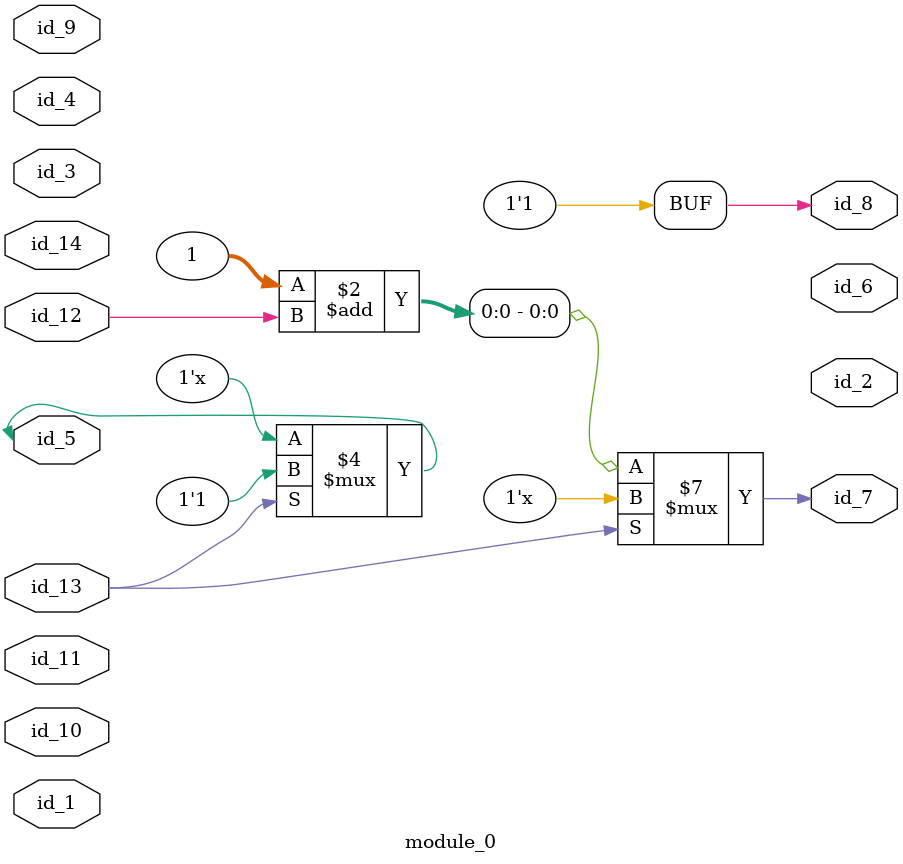
<source format=v>
`timescale 1ps / 1 ps
module module_0 (
    id_1,
    id_2,
    id_3,
    id_4,
    id_5,
    id_6,
    id_7,
    id_8,
    id_9,
    id_10,
    id_11,
    id_12,
    id_13,
    id_14
);
  inout id_14;
  input id_13;
  inout id_12;
  input id_11;
  inout id_10;
  inout id_9;
  output id_8;
  output id_7;
  output id_6;
  inout id_5;
  input id_4;
  input id_3;
  output id_2;
  inout id_1;
  always @(id_9 or 1'b0) begin
    id_8 <= 1;
    if (id_13) id_5 <= 1;
    else begin
      #1 id_7 = (1) + id_12[1'b0];
    end
  end
endmodule

</source>
